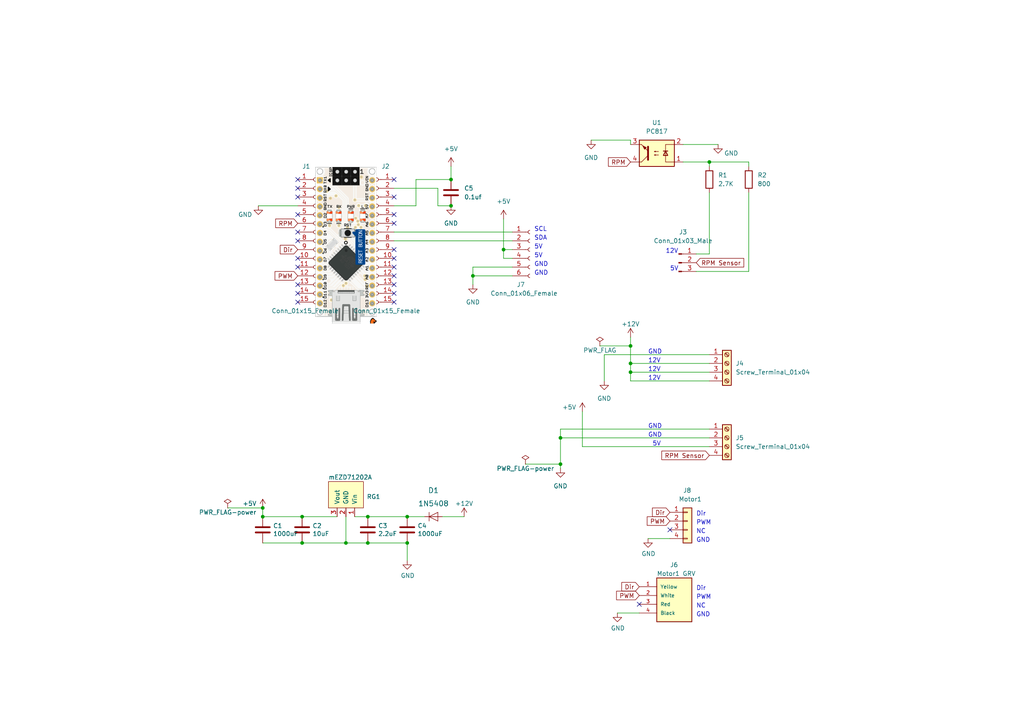
<source format=kicad_sch>
(kicad_sch (version 20211123) (generator eeschema)
  (paper "A4")
  (title_block (title "RC12") (date "2023-04-09"))
  (lib_symbols
    (symbol "Connector:Conn_01x03_Male" (pin_names (offset 1.016) hide)
      (property "Reference" "J" (at 0 5.08 0))
      (property "Value" "Conn_01x03_Male" (at 0 -5.08 0))
      (symbol "Conn_01x03_Male_1_1"
        (polyline (pts (xy 1.27 -2.54) (xy 0.8636 -2.54)) (stroke (width 0.1524)))
        (polyline (pts (xy 1.27 0) (xy 0.8636 0)) (stroke (width 0.1524)))
        (polyline (pts (xy 1.27 2.54) (xy 0.8636 2.54)) (stroke (width 0.1524)))
        (rectangle (start 0.8636 -2.413) (end 0 -2.667) (stroke (width 0.1524)) (fill (type outline)))
        (rectangle (start 0.8636 0.127) (end 0 -0.127) (stroke (width 0.1524)) (fill (type outline)))
        (rectangle (start 0.8636 2.667) (end 0 2.413) (stroke (width 0.1524)) (fill (type outline)))
        (pin passive line (at 5.08 2.54 180) (length 3.81) (name "Pin_1") (number "1"))
        (pin passive line (at 5.08 0 180) (length 3.81) (name "Pin_2") (number "2"))
        (pin passive line (at 5.08 -2.54 180) (length 3.81) (name "Pin_3") (number "3"))
      )
    )
    (symbol "Connector:Conn_01x06_Female" (pin_names (offset 1.016) hide)
      (property "Reference" "J" (at 0 7.62 0))
      (property "Value" "Conn_01x06_Female" (at 0 -10.16 0))
      (symbol "Conn_01x06_Female_1_1"
        (arc (start 0 -7.112) (mid -0.508 -7.62) (end 0 -8.128) (stroke (width 0.1524)))
        (arc (start 0 -4.572) (mid -0.508 -5.08) (end 0 -5.588) (stroke (width 0.1524)))
        (arc (start 0 -2.032) (mid -0.508 -2.54) (end 0 -3.048) (stroke (width 0.1524)))
        (polyline (pts (xy -1.27 -7.62) (xy -0.508 -7.62)) (stroke (width 0.1524)))
        (polyline (pts (xy -1.27 -5.08) (xy -0.508 -5.08)) (stroke (width 0.1524)))
        (polyline (pts (xy -1.27 -2.54) (xy -0.508 -2.54)) (stroke (width 0.1524)))
        (polyline (pts (xy -1.27 0) (xy -0.508 0)) (stroke (width 0.1524)))
        (polyline (pts (xy -1.27 2.54) (xy -0.508 2.54)) (stroke (width 0.1524)))
        (polyline (pts (xy -1.27 5.08) (xy -0.508 5.08)) (stroke (width 0.1524)))
        (arc (start 0 0.508) (mid -0.508 0) (end 0 -0.508) (stroke (width 0.1524)))
        (arc (start 0 3.048) (mid -0.508 2.54) (end 0 2.032) (stroke (width 0.1524)))
        (arc (start 0 5.588) (mid -0.508 5.08) (end 0 4.572) (stroke (width 0.1524)))
        (pin passive line (at -5.08 5.08 0) (length 3.81) (name "Pin_1") (number "1"))
        (pin passive line (at -5.08 2.54 0) (length 3.81) (name "Pin_2") (number "2"))
        (pin passive line (at -5.08 0 0) (length 3.81) (name "Pin_3") (number "3"))
        (pin passive line (at -5.08 -2.54 0) (length 3.81) (name "Pin_4") (number "4"))
        (pin passive line (at -5.08 -5.08 0) (length 3.81) (name "Pin_5") (number "5"))
        (pin passive line (at -5.08 -7.62 0) (length 3.81) (name "Pin_6") (number "6"))
      )
    )
    (symbol "Connector:Conn_01x15_Female" (pin_names (offset 1.016) hide)
      (property "Reference" "J" (at 0 20.32 0))
      (property "Value" "Conn_01x15_Female" (at 0 -20.32 0))
      (symbol "Conn_01x15_Female_1_1"
        (arc (start 0 -17.272) (mid -0.508 -17.78) (end 0 -18.288) (stroke (width 0.1524)))
        (arc (start 0 -14.732) (mid -0.508 -15.24) (end 0 -15.748) (stroke (width 0.1524)))
        (arc (start 0 -12.192) (mid -0.508 -12.7) (end 0 -13.208) (stroke (width 0.1524)))
        (arc (start 0 -9.652) (mid -0.508 -10.16) (end 0 -10.668) (stroke (width 0.1524)))
        (arc (start 0 -7.112) (mid -0.508 -7.62) (end 0 -8.128) (stroke (width 0.1524)))
        (arc (start 0 -4.572) (mid -0.508 -5.08) (end 0 -5.588) (stroke (width 0.1524)))
        (arc (start 0 -2.032) (mid -0.508 -2.54) (end 0 -3.048) (stroke (width 0.1524)))
        (polyline (pts (xy -1.27 -17.78) (xy -0.508 -17.78)) (stroke (width 0.1524)))
        (polyline (pts (xy -1.27 -15.24) (xy -0.508 -15.24)) (stroke (width 0.1524)))
        (polyline (pts (xy -1.27 -12.7) (xy -0.508 -12.7)) (stroke (width 0.1524)))
        (polyline (pts (xy -1.27 -10.16) (xy -0.508 -10.16)) (stroke (width 0.1524)))
        (polyline (pts (xy -1.27 -7.62) (xy -0.508 -7.62)) (stroke (width 0.1524)))
        (polyline (pts (xy -1.27 -5.08) (xy -0.508 -5.08)) (stroke (width 0.1524)))
        (polyline (pts (xy -1.27 -2.54) (xy -0.508 -2.54)) (stroke (width 0.1524)))
        (polyline (pts (xy -1.27 0) (xy -0.508 0)) (stroke (width 0.1524)))
        (polyline (pts (xy -1.27 2.54) (xy -0.508 2.54)) (stroke (width 0.1524)))
        (polyline (pts (xy -1.27 5.08) (xy -0.508 5.08)) (stroke (width 0.1524)))
        (polyline (pts (xy -1.27 7.62) (xy -0.508 7.62)) (stroke (width 0.1524)))
        (polyline (pts (xy -1.27 10.16) (xy -0.508 10.16)) (stroke (width 0.1524)))
        (polyline (pts (xy -1.27 12.7) (xy -0.508 12.7)) (stroke (width 0.1524)))
        (polyline (pts (xy -1.27 15.24) (xy -0.508 15.24)) (stroke (width 0.1524)))
        (polyline (pts (xy -1.27 17.78) (xy -0.508 17.78)) (stroke (width 0.1524)))
        (arc (start 0 0.508) (mid -0.508 0) (end 0 -0.508) (stroke (width 0.1524)))
        (arc (start 0 3.048) (mid -0.508 2.54) (end 0 2.032) (stroke (width 0.1524)))
        (arc (start 0 5.588) (mid -0.508 5.08) (end 0 4.572) (stroke (width 0.1524)))
        (arc (start 0 8.128) (mid -0.508 7.62) (end 0 7.112) (stroke (width 0.1524)))
        (arc (start 0 10.668) (mid -0.508 10.16) (end 0 9.652) (stroke (width 0.1524)))
        (arc (start 0 13.208) (mid -0.508 12.7) (end 0 12.192) (stroke (width 0.1524)))
        (arc (start 0 15.748) (mid -0.508 15.24) (end 0 14.732) (stroke (width 0.1524)))
        (arc (start 0 18.288) (mid -0.508 17.78) (end 0 17.272) (stroke (width 0.1524)))
        (pin passive line (at -5.08 17.78 0) (length 3.81) (name "Pin_1") (number "1"))
        (pin passive line (at -5.08 -5.08 0) (length 3.81) (name "Pin_10") (number "10"))
        (pin passive line (at -5.08 -7.62 0) (length 3.81) (name "Pin_11") (number "11"))
        (pin passive line (at -5.08 -10.16 0) (length 3.81) (name "Pin_12") (number "12"))
        (pin passive line (at -5.08 -12.7 0) (length 3.81) (name "Pin_13") (number "13"))
        (pin passive line (at -5.08 -15.24 0) (length 3.81) (name "Pin_14") (number "14"))
        (pin passive line (at -5.08 -17.78 0) (length 3.81) (name "Pin_15") (number "15"))
        (pin passive line (at -5.08 15.24 0) (length 3.81) (name "Pin_2") (number "2"))
        (pin passive line (at -5.08 12.7 0) (length 3.81) (name "Pin_3") (number "3"))
        (pin passive line (at -5.08 10.16 0) (length 3.81) (name "Pin_4") (number "4"))
        (pin passive line (at -5.08 7.62 0) (length 3.81) (name "Pin_5") (number "5"))
        (pin passive line (at -5.08 5.08 0) (length 3.81) (name "Pin_6") (number "6"))
        (pin passive line (at -5.08 2.54 0) (length 3.81) (name "Pin_7") (number "7"))
        (pin passive line (at -5.08 0 0) (length 3.81) (name "Pin_8") (number "8"))
        (pin passive line (at -5.08 -2.54 0) (length 3.81) (name "Pin_9") (number "9"))
      )
    )
    (symbol "Connector:Screw_Terminal_01x04" (pin_names (offset 1.016) hide)
      (property "Reference" "J" (at 0 5.08 0))
      (property "Value" "Screw_Terminal_01x04" (at 0 -7.62 0))
      (symbol "Screw_Terminal_01x04_1_1"
        (rectangle (start -1.27 3.81) (end 1.27 -6.35) (stroke (width 0.254)) (fill (type background)))
        (circle (center 0 -5.08) (radius 0.635) (stroke (width 0.1524)))
        (circle (center 0 -2.54) (radius 0.635) (stroke (width 0.1524)))
        (polyline (pts (xy -0.5334 -4.7498) (xy 0.3302 -5.588)) (stroke (width 0.1524)))
        (polyline (pts (xy -0.5334 -2.2098) (xy 0.3302 -3.048)) (stroke (width 0.1524)))
        (polyline (pts (xy -0.5334 0.3302) (xy 0.3302 -0.508)) (stroke (width 0.1524)))
        (polyline (pts (xy -0.5334 2.8702) (xy 0.3302 2.032)) (stroke (width 0.1524)))
        (polyline (pts (xy -0.3556 -4.572) (xy 0.508 -5.4102)) (stroke (width 0.1524)))
        (polyline (pts (xy -0.3556 -2.032) (xy 0.508 -2.8702)) (stroke (width 0.1524)))
        (polyline (pts (xy -0.3556 0.508) (xy 0.508 -0.3302)) (stroke (width 0.1524)))
        (polyline (pts (xy -0.3556 3.048) (xy 0.508 2.2098)) (stroke (width 0.1524)))
        (circle (center 0 0) (radius 0.635) (stroke (width 0.1524)))
        (circle (center 0 2.54) (radius 0.635) (stroke (width 0.1524)))
        (pin passive line (at -5.08 2.54 0) (length 3.81) (name "Pin_1") (number "1"))
        (pin passive line (at -5.08 0 0) (length 3.81) (name "Pin_2") (number "2"))
        (pin passive line (at -5.08 -2.54 0) (length 3.81) (name "Pin_3") (number "3"))
        (pin passive line (at -5.08 -5.08 0) (length 3.81) (name "Pin_4") (number "4"))
      )
    )
    (symbol "Connector_Generic:Conn_01x04" (pin_names (offset 1.016) hide)
      (property "Reference" "J" (at 0 5.08 0))
      (property "Value" "Conn_01x04" (at 0 -7.62 0))
      (symbol "Conn_01x04_1_1"
        (rectangle (start -1.27 -4.953) (end 0 -5.207) (stroke (width 0.1524)))
        (rectangle (start -1.27 -2.413) (end 0 -2.667) (stroke (width 0.1524)))
        (rectangle (start -1.27 0.127) (end 0 -0.127) (stroke (width 0.1524)))
        (rectangle (start -1.27 2.667) (end 0 2.413) (stroke (width 0.1524)))
        (rectangle (start -1.27 3.81) (end 1.27 -6.35) (stroke (width 0.254)) (fill (type background)))
        (pin passive line (at -5.08 2.54 0) (length 3.81) (name "Pin_1") (number "1"))
        (pin passive line (at -5.08 0 0) (length 3.81) (name "Pin_2") (number "2"))
        (pin passive line (at -5.08 -2.54 0) (length 3.81) (name "Pin_3") (number "3"))
        (pin passive line (at -5.08 -5.08 0) (length 3.81) (name "Pin_4") (number "4"))
      )
    )
    (symbol "Device:C" (pin_numbers hide) (pin_names (offset 0.254))
      (property "Reference" "C" (at 0.635 2.54 0))
      (property "Value" "C" (at 0.635 -2.54 0))
      (symbol "C_0_1"
        (polyline (pts (xy -2.032 -0.762) (xy 2.032 -0.762)) (stroke (width 0.508)))
        (polyline (pts (xy -2.032 0.762) (xy 2.032 0.762)) (stroke (width 0.508)))
      )
      (symbol "C_1_1"
        (pin passive line (at 0 3.81 270) (length 2.794) (name "~") (number "1"))
        (pin passive line (at 0 -3.81 90) (length 2.794) (name "~") (number "2"))
      )
    )
    (symbol "Device:R" (pin_numbers hide) (pin_names (offset 0))
      (property "Reference" "R" (at 2.032 0 90))
      (property "Value" "R" (at 0 0 90))
      (symbol "R_0_1"
        (rectangle (start -1.016 -2.54) (end 1.016 2.54) (stroke (width 0.254)))
      )
      (symbol "R_1_1"
        (pin passive line (at 0 3.81 270) (length 1.27) (name "~") (number "1"))
        (pin passive line (at 0 -3.81 90) (length 1.27) (name "~") (number "2"))
      )
    )
    (symbol "MyLib:1N5408" (pin_names (offset 1.016))
      (property "Reference" "D" (at -1.27 3.81 0))
      (property "Value" "1N5408" (at -5.08 1.27 0))
      (symbol "1N5408_1_0"
        (polyline (pts (xy -1.27 -1.27) (xy -1.27 0)))
        (polyline (pts (xy -1.27 0) (xy -1.27 1.27)))
        (polyline (pts (xy -1.27 0) (xy 1.27 -1.27)))
        (polyline (pts (xy 1.27 -1.27) (xy 1.27 1.27)))
        (polyline (pts (xy 1.27 1.27) (xy -1.27 0)))
        (pin passive line (at -2.54 0 0) (length 2.54) (name "C") (number "1"))
        (pin passive line (at 2.54 0 180) (length 2.54) (name "A") (number "2"))
      )
    )
    (symbol "MyLib:Grove" (pin_names (offset 1.016))
      (property "Reference" "J" (at 0 8.89 0))
      (property "Value" "Grove" (at -2.54 6.35 0))
      (symbol "Grove_0_0"
        (rectangle (start -5.08 -7.62) (end 5.08 5.08) (stroke (width 0.254)) (fill (type background)))
        (pin passive line (at -10.16 2.54 0) (length 5.08) (name "Yellow") (number "1"))
        (pin passive line (at -10.16 0 0) (length 5.08) (name "White") (number "2"))
        (pin passive line (at -10.16 -2.54 0) (length 5.08) (name "Red") (number "3"))
        (pin passive line (at -10.16 -5.08 0) (length 5.08) (name "Black") (number "4"))
      )
    )
    (symbol "MyLib:mEZD71201A" (pin_names (offset 1.016))
      (property "Reference" "RG1" (at 5.7912 6.0452 90))
      (property "Value" "mEZD71202A" (at 5.7912 3.7338 90))
      (symbol "mEZD71201A_0_0"
        (pin input line (at 0 2.54 0) (length 2.54) (name "Vin") (number "1"))
        (pin input line (at 0 0 0) (length 2.54) (name "GND") (number "2"))
        (pin passive line (at 0 -2.54 0) (length 2.54) (name "Vout") (number "3"))
      )
      (symbol "mEZD71201A_0_1"
        (rectangle (start 2.54 5.08) (end 10.16 -5.08) (fill (type background)))
      )
    )
    (symbol "PC817_1" (pin_names (offset 1.016))
      (property "Reference" "U" (at -5.08 5.08 0))
      (property "Value" "PC817_1" (at 0 5.08 0))
      (symbol "PC817_1_0_1"
        (rectangle (start -5.08 3.81) (end 5.08 -3.81) (stroke (width 0.254)) (fill (type background)))
        (polyline (pts (xy -3.175 -0.635) (xy -1.905 -0.635)) (stroke (width 0.254)))
        (polyline (pts (xy 2.54 0.635) (xy 4.445 2.54)))
        (polyline (pts (xy 4.445 -2.54) (xy 2.54 -0.635)) (fill (type outline)))
        (polyline (pts (xy 4.445 -2.54) (xy 5.08 -2.54)))
        (polyline (pts (xy 4.445 2.54) (xy 5.08 2.54)))
        (polyline (pts (xy -5.08 2.54) (xy -2.54 2.54) (xy -2.54 -0.635)))
        (polyline (pts (xy -2.54 -0.635) (xy -2.54 -2.54) (xy -5.08 -2.54)))
        (polyline (pts (xy 2.54 1.905) (xy 2.54 -1.905) (xy 2.54 -1.905)) (stroke (width 0.508)))
        (polyline (pts (xy -2.54 -0.635) (xy -3.175 0.635) (xy -1.905 0.635) (xy -2.54 -0.635)) (stroke (width 0.254)))
        (polyline (pts (xy -0.508 -0.508) (xy 0.762 -0.508) (xy 0.381 -0.635) (xy 0.381 -0.381) (xy 0.762 -0.508)))
        (polyline (pts (xy -0.508 0.508) (xy 0.762 0.508) (xy 0.381 0.381) (xy 0.381 0.635) (xy 0.762 0.508)))
        (polyline (pts (xy 3.048 -1.651) (xy 3.556 -1.143) (xy 4.064 -2.159) (xy 3.048 -1.651) (xy 3.048 -1.651)) (fill (type outline)))
      )
      (symbol "PC817_1_1_1"
        (pin passive line (at -7.62 2.54 0) (length 2.54) (name "~") (number "1"))
        (pin passive line (at -7.62 -2.54 0) (length 2.54) (name "~") (number "2"))
        (pin passive line (at 7.62 -2.54 180) (length 2.54) (name "~") (number "3"))
        (pin passive line (at 7.62 2.54 180) (length 2.54) (name "~") (number "4"))
      )
    )
    (symbol "RC10-rescue:PWR_FLAG-power" (power) (pin_numbers hide) (pin_names (offset 0) hide)
      (property "Value" "PWR_FLAG-power" (at 0 3.81 0))
      (symbol "PWR_FLAG-power_0_0"
        (pin power_out line (at 0 0 90) (length 0) (name "pwr") (number "1"))
      )
      (symbol "PWR_FLAG-power_0_1"
        (polyline (pts (xy 0 0) (xy 0 1.27) (xy -1.016 1.905) (xy 0 2.54) (xy 1.016 1.905) (xy 0 1.27)))
      )
    )
    (symbol "power:+12V" (power) (pin_names (offset 0))
      (property "Value" "+12V" (at 0 3.556 0))
      (symbol "+12V_0_1"
        (polyline (pts (xy -0.762 1.27) (xy 0 2.54)))
        (polyline (pts (xy 0 0) (xy 0 2.54)))
        (polyline (pts (xy 0 2.54) (xy 0.762 1.27)))
      )
      (symbol "+12V_1_1"
        (pin power_in line (at 0 0 90) (length 0) hide (name "+12V") (number "1"))
      )
    )
    (symbol "power:+5V" (power) (pin_names (offset 0))
      (property "Value" "+5V" (at 0 3.556 0))
      (symbol "+5V_0_1"
        (polyline (pts (xy -0.762 1.27) (xy 0 2.54)))
        (polyline (pts (xy 0 0) (xy 0 2.54)))
        (polyline (pts (xy 0 2.54) (xy 0.762 1.27)))
      )
      (symbol "+5V_1_1"
        (pin power_in line (at 0 0 90) (length 0) hide (name "+5V") (number "1"))
      )
    )
    (symbol "power:GND" (power) (pin_names (offset 0))
      (property "Value" "GND" (at 0 -3.81 0))
      (symbol "GND_0_1"
        (polyline (pts (xy 0 0) (xy 0 -1.27) (xy 1.27 -1.27) (xy 0 -2.54) (xy -1.27 -1.27) (xy 0 -1.27)))
      )
      (symbol "GND_1_1"
        (pin power_in line (at 0 0 270) (length 0) hide (name "GND") (number "1"))
      )
    )
    (symbol "power:PWR_FLAG" (power) (pin_numbers hide) (pin_names (offset 0) hide)
      (property "Value" "PWR_FLAG" (at 0 3.81 0))
      (symbol "PWR_FLAG_0_0"
        (pin power_out line (at 0 0 90) (length 0) (name "pwr") (number "1"))
      )
      (symbol "PWR_FLAG_0_1"
        (polyline (pts (xy 0 0) (xy 0 1.27) (xy -1.016 1.905) (xy 0 2.54) (xy 1.016 1.905) (xy 0 1.27)))
      )
    )
  )
  (junction (at 205.74 46.99))
  (junction (at 182.88 107.95))
  (junction (at 182.88 105.41))
  (junction (at 182.88 100.33))
  (junction (at 130.81 52.07))
  (junction (at 130.81 59.69))
  (junction (at 162.56 127))
  (junction (at 118.11 157.48))
  (junction (at 87.63 157.48))
  (junction (at 106.68 149.86))
  (junction (at 87.63 149.86))
  (junction (at 137.16 80.01))
  (junction (at 106.68 157.48))
  (junction (at 118.11 149.86))
  (junction (at 162.56 134.62))
  (junction (at 76.2 147.32))
  (junction (at 100.33 157.48))
  (junction (at 76.2 149.86))
  (junction (at 146.05 72.39))
  (no_connect (at 86.36 87.63))
  (no_connect (at 114.3 77.47))
  (no_connect (at 86.36 77.47))
  (no_connect (at 114.3 72.39))
  (no_connect (at 86.36 62.23))
  (no_connect (at 86.36 69.85))
  (no_connect (at 86.36 82.55))
  (no_connect (at 86.36 85.09))
  (no_connect (at 114.3 80.01))
  (no_connect (at 86.36 52.07))
  (no_connect (at 114.3 87.63))
  (no_connect (at 86.36 57.15))
  (no_connect (at 114.3 82.55))
  (no_connect (at 114.3 57.15))
  (no_connect (at 185.42 175.26))
  (no_connect (at 194.31 153.67))
  (no_connect (at 114.3 74.93))
  (no_connect (at 114.3 64.77))
  (no_connect (at 114.3 62.23))
  (no_connect (at 114.3 85.09))
  (no_connect (at 86.36 74.93))
  (no_connect (at 86.36 54.61))
  (no_connect (at 114.3 52.07))
  (no_connect (at 86.36 67.31))
  (wire (pts (xy 182.88 40.64) (xy 171.45 40.64)))
  (wire (pts (xy 100.33 157.48) (xy 87.63 157.48)))
  (wire (pts (xy 175.26 102.87) (xy 175.26 110.49)))
  (wire (pts (xy 106.68 149.86) (xy 102.87 149.86)))
  (wire (pts (xy 201.93 73.66) (xy 205.74 73.66)))
  (wire (pts (xy 74.93 59.69) (xy 86.36 59.69)))
  (wire (pts (xy 162.56 124.46) (xy 162.56 127)))
  (wire (pts (xy 76.2 157.48) (xy 87.63 157.48)))
  (wire (pts (xy 114.3 54.61) (xy 127 54.61)))
  (wire (pts (xy 118.11 149.86) (xy 123.19 149.86)))
  (wire (pts (xy 217.17 78.74) (xy 217.17 55.88)))
  (wire (pts (xy 146.05 72.39) (xy 148.59 72.39)))
  (wire (pts (xy 120.65 59.69) (xy 120.65 52.07)))
  (wire (pts (xy 205.74 129.54) (xy 168.91 129.54)))
  (wire (pts (xy 127 59.69) (xy 130.81 59.69)))
  (wire (pts (xy 182.88 110.49) (xy 182.88 107.95)))
  (wire (pts (xy 194.31 156.21) (xy 187.96 156.21)))
  (wire (pts (xy 148.59 77.47) (xy 137.16 77.47)))
  (wire (pts (xy 162.56 127) (xy 162.56 134.62)))
  (wire (pts (xy 205.74 46.99) (xy 217.17 46.99)))
  (wire (pts (xy 137.16 77.47) (xy 137.16 80.01)))
  (wire (pts (xy 205.74 102.87) (xy 175.26 102.87)))
  (wire (pts (xy 182.88 105.41) (xy 205.74 105.41)))
  (wire (pts (xy 146.05 74.93) (xy 146.05 72.39)))
  (wire (pts (xy 205.74 107.95) (xy 182.88 107.95)))
  (wire (pts (xy 182.88 41.91) (xy 182.88 40.64)))
  (wire (pts (xy 118.11 162.56) (xy 118.11 157.48)))
  (wire (pts (xy 118.11 149.86) (xy 106.68 149.86)))
  (wire (pts (xy 152.4 134.62) (xy 162.56 134.62)))
  (wire (pts (xy 114.3 69.85) (xy 148.59 69.85)))
  (wire (pts (xy 182.88 107.95) (xy 182.88 105.41)))
  (wire (pts (xy 130.81 48.26) (xy 130.81 52.07)))
  (wire (pts (xy 182.88 97.79) (xy 182.88 100.33)))
  (wire (pts (xy 173.99 100.33) (xy 182.88 100.33)))
  (wire (pts (xy 148.59 74.93) (xy 146.05 74.93)))
  (wire (pts (xy 146.05 72.39) (xy 146.05 63.5)))
  (wire (pts (xy 162.56 127) (xy 205.74 127)))
  (wire (pts (xy 205.74 46.99) (xy 198.12 46.99)))
  (wire (pts (xy 120.65 52.07) (xy 130.81 52.07)))
  (wire (pts (xy 217.17 46.99) (xy 217.17 48.26)))
  (wire (pts (xy 162.56 124.46) (xy 205.74 124.46)))
  (wire (pts (xy 76.2 149.86) (xy 76.2 147.32)))
  (wire (pts (xy 201.93 78.74) (xy 217.17 78.74)))
  (wire (pts (xy 137.16 80.01) (xy 137.16 82.55)))
  (wire (pts (xy 76.2 147.32) (xy 66.04 147.32)))
  (wire (pts (xy 205.74 73.66) (xy 205.74 55.88)))
  (wire (pts (xy 205.74 48.26) (xy 205.74 46.99)))
  (wire (pts (xy 185.42 177.8) (xy 179.07 177.8)))
  (wire (pts (xy 118.11 157.48) (xy 106.68 157.48)))
  (wire (pts (xy 114.3 59.69) (xy 120.65 59.69)))
  (wire (pts (xy 97.79 149.86) (xy 87.63 149.86)))
  (wire (pts (xy 137.16 80.01) (xy 148.59 80.01)))
  (wire (pts (xy 106.68 157.48) (xy 100.33 157.48)))
  (wire (pts (xy 182.88 100.33) (xy 182.88 105.41)))
  (wire (pts (xy 198.12 41.91) (xy 208.28 41.91)))
  (wire (pts (xy 114.3 67.31) (xy 148.59 67.31)))
  (wire (pts (xy 100.33 157.48) (xy 100.33 149.86)))
  (wire (pts (xy 127 54.61) (xy 127 59.69)))
  (wire (pts (xy 162.56 134.62) (xy 162.56 135.89)))
  (wire (pts (xy 168.91 119.38) (xy 168.91 129.54)))
  (wire (pts (xy 128.27 149.86) (xy 134.62 149.86)))
  (wire (pts (xy 76.2 149.86) (xy 87.63 149.86)))
  (wire (pts (xy 205.74 110.49) (xy 182.88 110.49)))
  (image (at 100.33 71.12) (scale 0.82))
  (text "SCL" (at 154.94 67.31 0) (effects (font (size 1.27 1.27)) (justify left bottom)))
  (text "SDA" (at 154.94 69.85 0) (effects (font (size 1.27 1.27)) (justify left bottom)))
  (text "Dir" (at 201.93 149.86 0) (effects (font (size 1.27 1.27)) (justify left bottom)))
  (text "NC" (at 201.93 176.53 0) (effects (font (size 1.27 1.27)) (justify left bottom)))
  (text "12V" (at 187.96 107.95 0) (effects (font (size 1.27 1.27)) (justify left bottom)))
  (text "PWM" (at 201.93 152.4 0) (effects (font (size 1.27 1.27)) (justify left bottom)))
  (text "GND" (at 187.96 127 0) (effects (font (size 1.27 1.27)) (justify left bottom)))
  (text "12V" (at 193.04 73.66 0) (effects (font (size 1.27 1.27)) (justify left bottom)))
  (text "5V" (at 194.31 78.74 0) (effects (font (size 1.27 1.27)) (justify left bottom)))
  (text "5V" (at 154.94 72.39 0) (effects (font (size 1.27 1.27)) (justify left bottom)))
  (text "5V" (at 189.23 129.54 0) (effects (font (size 1.27 1.27)) (justify left bottom)))
  (text "GND" (at 201.93 157.48 0) (effects (font (size 1.27 1.27)) (justify left bottom)))
  (text "GND" (at 154.94 80.01 0) (effects (font (size 1.27 1.27)) (justify left bottom)))
  (text "NC" (at 201.93 154.94 0) (effects (font (size 1.27 1.27)) (justify left bottom)))
  (text "Dir" (at 201.93 171.45 0) (effects (font (size 1.27 1.27)) (justify left bottom)))
  (text "GND" (at 201.93 179.07 0) (effects (font (size 1.27 1.27)) (justify left bottom)))
  (text "GND" (at 187.96 124.46 0) (effects (font (size 1.27 1.27)) (justify left bottom)))
  (text "12V" (at 187.96 105.41 0) (effects (font (size 1.27 1.27)) (justify left bottom)))
  (text "PWM" (at 201.93 173.99 0) (effects (font (size 1.27 1.27)) (justify left bottom)))
  (text "12V" (at 187.96 110.49 0) (effects (font (size 1.27 1.27)) (justify left bottom)))
  (text "5V" (at 154.94 74.93 0) (effects (font (size 1.27 1.27)) (justify left bottom)))
  (text "GND" (at 187.96 102.87 0) (effects (font (size 1.27 1.27)) (justify left bottom)))
  (text "GND" (at 154.94 77.47 0) (effects (font (size 1.27 1.27)) (justify left bottom)))
  (global_label "RPM Sensor" (shape input) (at 201.93 76.2 0) (property "Intersheet References" "${INTERSHEET_REFS}" (effects hide)))
  (global_label "RPM" (shape input) (at 86.36 64.77 180) (property "Intersheet References" "${INTERSHEET_REFS}" (effects hide)))
  (global_label "Dir" (shape input) (at 86.36 72.39 180) (property "Intersheet References" "${INTERSHEET_REFS}" (effects hide)))
  (global_label "PWM" (shape input) (at 185.42 172.72 180) (property "Intersheet References" "${INTERSHEET_REFS}" (effects hide)))
  (global_label "PWM" (shape input) (at 194.31 151.13 180) (property "Intersheet References" "${INTERSHEET_REFS}" (effects hide)))
  (global_label "PWM" (shape input) (at 86.36 80.01 180) (property "Intersheet References" "${INTERSHEET_REFS}" (effects hide)))
  (global_label "RPM Sensor" (shape input) (at 205.74 132.08 180) (property "Intersheet References" "${INTERSHEET_REFS}" (effects hide)))
  (global_label "Dir" (shape input) (at 194.31 148.59 180) (property "Intersheet References" "${INTERSHEET_REFS}" (effects hide)))
  (global_label "Dir" (shape input) (at 185.42 170.18 180) (property "Intersheet References" "${INTERSHEET_REFS}" (effects hide)))
  (global_label "RPM" (shape input) (at 182.88 46.99 180) (property "Intersheet References" "${INTERSHEET_REFS}" (effects hide)))
  (symbol (lib_id "power:GND") (at 118.11 162.56 0) (unit 1)
    (property "Reference" "#PWR03" (effects hide))
    (property "Value" "GND" (at 118.237 166.9542 0))
  )
  (symbol (lib_id "MyLib:Grove") (at 195.58 172.72 0) (unit 1)
    (property "Reference" "J6" (at 194.31 163.83 0) (effects (justify left)))
    (property "Value" "Motor1 GRV" (at 190.5 166.37 0) (effects (justify left)))
    (property "Footprint" "MyFootprints:Grove" (effects hide))
  )
  (symbol (lib_id "power:PWR_FLAG") (at 173.99 100.33 0) (unit 1)
    (property "Reference" "#FLG03" (effects hide))
    (property "Value" "PWR_FLAG" (at 173.99 101.6 0))
  )
  (symbol (lib_id "power:GND") (at 175.26 110.49 0) (unit 1)
    (property "Reference" "#PWR010" (effects hide))
    (property "Value" "GND" (at 175.26 115.57 0))
  )
  (symbol (lib_id "RC10-rescue:PWR_FLAG-power") (at 152.4 134.62 0) (unit 1)
    (property "Reference" "#FLG02" (effects hide))
    (property "Value" "PWR_FLAG-power" (at 152.4 135.89 0))
  )
  (symbol (lib_id "Device:C") (at 130.81 55.88 180) (unit 1)
    (property "Reference" "C5" (at 134.62 54.6099 0) (effects (justify right)))
    (property "Value" "0.1uf" (at 134.62 57.1499 0) (effects (justify right)))
    (property "Footprint" "Capacitor_THT:C_Disc_D5.0mm_W2.5mm_P2.50mm" (effects hide))
  )
  (symbol (lib_id "Connector:Conn_01x15_Female") (at 91.44 69.85 0) (unit 1)
    (property "Reference" "J1" (at 87.63 48.26 0) (effects (justify left)))
    (property "Value" "Conn_01x15_Female" (at 78.74 90.17 0) (effects (justify left)))
    (property "Footprint" "Connector_PinSocket_2.54mm:PinSocket_1x15_P2.54mm_Vertical" (effects hide))
  )
  (symbol (lib_id "power:+5V") (at 130.81 48.26 0) (unit 1)
    (property "Reference" "#PWR04" (effects hide))
    (property "Value" "+5V" (at 130.81 43.18 0))
  )
  (symbol (lib_id "power:GND") (at 130.81 59.69 0) (unit 1)
    (property "Reference" "#PWR05" (effects hide))
    (property "Value" "GND" (at 130.81 64.77 0))
  )
  (symbol (lib_id "Device:R") (at 205.74 52.07 0) (unit 1)
    (property "Reference" "R1" (at 208.28 50.7999 0) (effects (justify left)))
    (property "Value" "2.7K" (at 208.28 53.3399 0) (effects (justify left)))
    (property "Footprint" "Resistor_THT:R_Axial_DIN0207_L6.3mm_D2.5mm_P10.16mm_Horizontal" (effects hide))
  )
  (symbol (lib_id "Connector:Conn_01x15_Female") (at 109.22 69.85 0) (mirror y) (unit 1)
    (property "Reference" "J2" (at 113.03 48.26 0) (effects (justify left)))
    (property "Value" "Conn_01x15_Female" (at 121.92 90.17 0) (effects (justify left)))
    (property "Footprint" "Connector_PinSocket_2.54mm:PinSocket_1x15_P2.54mm_Vertical" (effects hide))
  )
  (symbol (lib_id "MyLib:mEZD71201A") (at 100.33 149.86 270) (mirror x) (unit 1)
    (property "Reference" "RG1" (at 106.3752 144.0688 90) (effects (justify left)))
    (property "Value" "mEZD71202A" (at 95.25 138.43 90) (effects (justify left)))
    (property "Footprint" "MyFootprints:mEZD71201A" (effects hide))
    (property "Datasheet" "https://www.monolithicpower.com/en/documentview/productdocument/index/doc_url/L20vZS9tZXpkNzEyMDFhX3IxLjZfMS5wZGY/prod_id/NTUy/" (effects hide))
  )
  (symbol (lib_id "Connector:Screw_Terminal_01x04") (at 210.82 127 0) (unit 1)
    (property "Reference" "J5" (at 213.36 126.9999 0) (effects (justify left)))
    (property "Value" "Screw_Terminal_01x04" (at 213.36 129.5399 0) (effects (justify left)))
    (property "Footprint" "TerminalBlock_Phoenix:TerminalBlock_Phoenix_PT-1,5-4-5.0-H_1x04_P5.00mm_Horizontal" (effects hide))
  )
  (symbol (lib_id "power:GND") (at 179.07 177.8 0) (unit 1)
    (property "Reference" "#PWR012" (effects hide))
    (property "Value" "GND" (at 179.197 182.1942 0))
  )
  (symbol (lib_id "RC10-rescue:PWR_FLAG-power") (at 66.04 147.32 0) (unit 1)
    (property "Reference" "#FLG01" (effects hide))
    (property "Value" "PWR_FLAG-power" (at 66.04 148.59 0))
  )
  (symbol (lib_id "Device:C") (at 87.63 153.67 0) (unit 1)
    (property "Reference" "C2" (at 90.6272 152.5016 0) (effects (justify left)))
    (property "Value" "10uF" (at 90.6272 154.813 0) (effects (justify left)))
    (property "Footprint" "Capacitor_THT:C_Disc_D5.0mm_W2.5mm_P2.50mm" (effects hide))
  )
  (symbol (lib_id "Device:C") (at 106.68 153.67 0) (unit 1)
    (property "Reference" "C3" (at 109.6772 152.5016 0) (effects (justify left)))
    (property "Value" "2.2uF" (at 109.6772 154.813 0) (effects (justify left)))
    (property "Footprint" "Capacitor_THT:C_Disc_D5.0mm_W2.5mm_P2.50mm" (effects hide))
  )
  (symbol (lib_id "Device:R") (at 217.17 52.07 0) (unit 1)
    (property "Reference" "R2" (at 219.71 50.7999 0) (effects (justify left)))
    (property "Value" "800" (at 219.71 53.3399 0) (effects (justify left)))
    (property "Footprint" "Resistor_THT:R_Axial_DIN0207_L6.3mm_D2.5mm_P10.16mm_Horizontal" (effects hide))
  )
  (symbol (lib_id "power:GND") (at 208.28 41.91 0) (unit 1)
    (property "Reference" "#PWR013" (effects hide))
    (property "Value" "GND" (at 212.09 44.45 0))
  )
  (symbol (lib_id "Connector_Generic:Conn_01x04") (at 199.39 151.13 0) (unit 1)
    (property "Reference" "J8" (at 198.12 142.24 0) (effects (justify left)))
    (property "Value" "Motor1" (at 196.85 144.78 0) (effects (justify left)))
    (property "Footprint" "Connector_Molex:Molex_KK-254_AE-6410-04A_1x04_P2.54mm_Vertical" (effects hide))
  )
  (symbol (lib_id "Connector:Screw_Terminal_01x04") (at 210.82 105.41 0) (unit 1)
    (property "Reference" "J4" (at 213.36 105.4099 0) (effects (justify left)))
    (property "Value" "Screw_Terminal_01x04" (at 213.36 107.9499 0) (effects (justify left)))
    (property "Footprint" "TerminalBlock_Phoenix:TerminalBlock_Phoenix_PT-1,5-4-5.0-H_1x04_P5.00mm_Horizontal" (effects hide))
  )
  (symbol (lib_id "power:GND") (at 187.96 156.21 0) (unit 1)
    (property "Reference" "#PWR016" (effects hide))
    (property "Value" "GND" (at 188.087 160.6042 0))
  )
  (symbol (lib_id "power:+12V") (at 134.62 149.86 0) (unit 1)
    (property "Reference" "#PWR06" (effects hide))
    (property "Value" "+12V" (at 134.62 146.05 0))
  )
  (symbol (lib_id "Device:C") (at 76.2 153.67 0) (unit 1)
    (property "Reference" "C1" (at 79.1972 152.5016 0) (effects (justify left)))
    (property "Value" "1000uF" (at 79.1972 154.813 0) (effects (justify left)))
    (property "Footprint" "Capacitor_THT:CP_Radial_D10.0mm_P5.00mm" (effects hide))
  )
  (symbol (lib_id "power:+5V") (at 146.05 63.5 0) (unit 1)
    (property "Reference" "#PWR015" (effects hide))
    (property "Value" "+5V" (at 146.05 58.42 0))
  )
  (symbol (lib_id "power:GND") (at 171.45 40.64 0) (unit 1)
    (property "Reference" "#PWR09" (effects hide))
    (property "Value" "GND" (at 171.45 45.72 0))
  )
  (symbol (lib_id "Connector:Conn_01x06_Female") (at 153.67 72.39 0) (unit 1)
    (property "Reference" "J7" (at 149.86 82.55 0) (effects (justify left)))
    (property "Value" "Conn_01x06_Female" (at 142.24 85.09 0) (effects (justify left)))
    (property "Footprint" "Connector_PinSocket_2.54mm:PinSocket_1x06_P2.54mm_Vertical" (effects hide))
  )
  (symbol (lib_id "power:GND") (at 162.56 135.89 0) (unit 1)
    (property "Reference" "#PWR07" (effects hide))
    (property "Value" "GND" (at 162.56 140.97 0))
  )
  (symbol (lib_id "power:+12V") (at 182.88 97.79 0) (unit 1)
    (property "Reference" "#PWR011" (effects hide))
    (property "Value" "+12V" (at 182.88 93.98 0))
  )
  (symbol (lib_id "MyLib:1N5408") (at 125.73 149.86 0) (unit 1)
    (property "Reference" "D1" (at 125.73 142.24 0) (effects (font (size 1.4986 1.4986))))
    (property "Value" "1N5408" (at 125.73 146.05 0) (effects (font (size 1.4986 1.4986))))
    (property "Footprint" "MyFootprints:1N5408" (effects hide))
  )
  (symbol (lib_id "power:+5V") (at 76.2 147.32 0) (unit 1)
    (property "Reference" "#PWR02" (effects hide))
    (property "Value" "+5V" (at 72.39 146.05 0))
  )
  (symbol (lib_id "power:GND") (at 137.16 82.55 0) (unit 1)
    (property "Reference" "#PWR014" (effects hide))
    (property "Value" "GND" (at 137.16 87.63 0))
  )
  (symbol (lib_id "Device:C") (at 118.11 153.67 0) (unit 1)
    (property "Reference" "C4" (at 121.1072 152.5016 0) (effects (justify left)))
    (property "Value" "1000uF" (at 121.1072 154.813 0) (effects (justify left)))
    (property "Footprint" "Capacitor_THT:CP_Radial_D10.0mm_P5.00mm" (effects hide))
  )
  (symbol (lib_id "power:+5V") (at 168.91 119.38 0) (unit 1)
    (property "Reference" "#PWR08" (effects hide))
    (property "Value" "+5V" (at 165.1 118.11 0))
  )
  (symbol (lib_name "PC817_1") (lib_id "Isolator:PC817") (at 190.5 44.45 180) (unit 1)
    (property "Reference" "U1" (at 190.5 35.56 0))
    (property "Value" "PC817" (at 190.5 38.1 0))
    (property "Footprint" "MyFootprints:PC817" (effects hide))
    (property "Datasheet" "http://www.soselectronic.cz/a_info/resource/d/pc817.pdf" (effects hide))
  )
  (symbol (lib_id "power:GND") (at 74.93 59.69 0) (unit 1)
    (property "Reference" "#PWR01" (effects hide))
    (property "Value" "GND" (at 71.12 62.23 0))
  )
  (symbol (lib_id "Connector:Conn_01x03_Male") (at 196.85 76.2 0) (unit 1)
    (property "Reference" "J3" (at 198.12 67.31 0))
    (property "Value" "Conn_01x03_Male" (at 198.12 69.85 0))
    (property "Footprint" "Connector_PinHeader_2.54mm:PinHeader_1x03_P2.54mm_Vertical" (effects hide))
  )
)
</source>
